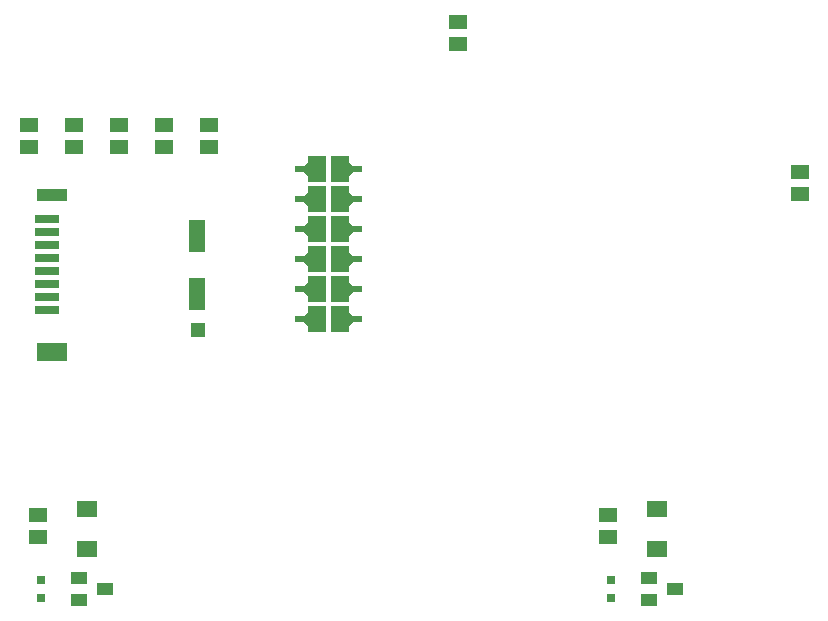
<source format=gbr>
G04 EAGLE Gerber RS-274X export*
G75*
%MOMM*%
%FSLAX34Y34*%
%LPD*%
%INSolderpaste Top*%
%IPPOS*%
%AMOC8*
5,1,8,0,0,1.08239X$1,22.5*%
G01*
%ADD10R,2.000000X0.700000*%
%ADD11R,2.600000X1.000000*%
%ADD12R,2.600000X1.500000*%
%ADD13R,1.400000X2.700000*%
%ADD14R,1.200000X1.200000*%
%ADD15R,1.500000X1.300000*%
%ADD16R,1.400000X1.000000*%
%ADD17R,0.800000X0.800000*%
%ADD18R,1.800000X1.400000*%

G36*
X290297Y591167D02*
X290297Y591167D01*
X290292Y591174D01*
X290299Y591180D01*
X290299Y612780D01*
X290263Y612827D01*
X290256Y612822D01*
X290250Y612829D01*
X274850Y612829D01*
X274803Y612793D01*
X274808Y612786D01*
X274801Y612780D01*
X274801Y608198D01*
X271677Y604579D01*
X264100Y604579D01*
X264053Y604543D01*
X264054Y604541D01*
X264053Y604540D01*
X264057Y604535D01*
X264051Y604530D01*
X264051Y599430D01*
X264087Y599383D01*
X264094Y599388D01*
X264100Y599381D01*
X271677Y599381D01*
X274801Y595762D01*
X274801Y591180D01*
X274837Y591133D01*
X274844Y591138D01*
X274850Y591131D01*
X290250Y591131D01*
X290297Y591167D01*
G37*
G36*
X290297Y565767D02*
X290297Y565767D01*
X290292Y565774D01*
X290299Y565780D01*
X290299Y587380D01*
X290263Y587427D01*
X290256Y587422D01*
X290250Y587429D01*
X274850Y587429D01*
X274803Y587393D01*
X274808Y587386D01*
X274801Y587380D01*
X274801Y582798D01*
X271677Y579179D01*
X264100Y579179D01*
X264053Y579143D01*
X264054Y579141D01*
X264053Y579140D01*
X264057Y579135D01*
X264051Y579130D01*
X264051Y574030D01*
X264087Y573983D01*
X264094Y573988D01*
X264100Y573981D01*
X271677Y573981D01*
X274801Y570362D01*
X274801Y565780D01*
X274837Y565733D01*
X274844Y565738D01*
X274850Y565731D01*
X290250Y565731D01*
X290297Y565767D01*
G37*
G36*
X290297Y540367D02*
X290297Y540367D01*
X290292Y540374D01*
X290299Y540380D01*
X290299Y561980D01*
X290263Y562027D01*
X290256Y562022D01*
X290250Y562029D01*
X274850Y562029D01*
X274803Y561993D01*
X274808Y561986D01*
X274801Y561980D01*
X274801Y557398D01*
X271677Y553779D01*
X264100Y553779D01*
X264053Y553743D01*
X264054Y553741D01*
X264053Y553740D01*
X264057Y553735D01*
X264051Y553730D01*
X264051Y548630D01*
X264087Y548583D01*
X264094Y548588D01*
X264100Y548581D01*
X271677Y548581D01*
X274801Y544962D01*
X274801Y540380D01*
X274837Y540333D01*
X274844Y540338D01*
X274850Y540331D01*
X290250Y540331D01*
X290297Y540367D01*
G37*
G36*
X290297Y514967D02*
X290297Y514967D01*
X290292Y514974D01*
X290299Y514980D01*
X290299Y536580D01*
X290263Y536627D01*
X290256Y536622D01*
X290250Y536629D01*
X274850Y536629D01*
X274803Y536593D01*
X274808Y536586D01*
X274801Y536580D01*
X274801Y531998D01*
X271677Y528379D01*
X264100Y528379D01*
X264053Y528343D01*
X264054Y528341D01*
X264053Y528340D01*
X264057Y528335D01*
X264051Y528330D01*
X264051Y523230D01*
X264087Y523183D01*
X264094Y523188D01*
X264100Y523181D01*
X271677Y523181D01*
X274801Y519562D01*
X274801Y514980D01*
X274837Y514933D01*
X274844Y514938D01*
X274850Y514931D01*
X290250Y514931D01*
X290297Y514967D01*
G37*
G36*
X290297Y489567D02*
X290297Y489567D01*
X290292Y489574D01*
X290299Y489580D01*
X290299Y511180D01*
X290263Y511227D01*
X290256Y511222D01*
X290250Y511229D01*
X274850Y511229D01*
X274803Y511193D01*
X274808Y511186D01*
X274801Y511180D01*
X274801Y506598D01*
X271677Y502979D01*
X264100Y502979D01*
X264053Y502943D01*
X264054Y502941D01*
X264053Y502940D01*
X264057Y502935D01*
X264051Y502930D01*
X264051Y497830D01*
X264087Y497783D01*
X264094Y497788D01*
X264100Y497781D01*
X271677Y497781D01*
X274801Y494162D01*
X274801Y489580D01*
X274837Y489533D01*
X274844Y489538D01*
X274850Y489531D01*
X290250Y489531D01*
X290297Y489567D01*
G37*
G36*
X290297Y464167D02*
X290297Y464167D01*
X290292Y464174D01*
X290299Y464180D01*
X290299Y485780D01*
X290263Y485827D01*
X290256Y485822D01*
X290250Y485829D01*
X274850Y485829D01*
X274803Y485793D01*
X274808Y485786D01*
X274801Y485780D01*
X274801Y481198D01*
X271677Y477579D01*
X264100Y477579D01*
X264053Y477543D01*
X264054Y477541D01*
X264053Y477540D01*
X264057Y477535D01*
X264051Y477530D01*
X264051Y472430D01*
X264087Y472383D01*
X264094Y472388D01*
X264100Y472381D01*
X271677Y472381D01*
X274801Y468762D01*
X274801Y464180D01*
X274837Y464133D01*
X274844Y464138D01*
X274850Y464131D01*
X290250Y464131D01*
X290297Y464167D01*
G37*
G36*
X309397Y591167D02*
X309397Y591167D01*
X309392Y591174D01*
X309399Y591180D01*
X309399Y595762D01*
X312523Y599381D01*
X320100Y599381D01*
X320147Y599417D01*
X320142Y599424D01*
X320149Y599430D01*
X320149Y604530D01*
X320113Y604577D01*
X320106Y604572D01*
X320100Y604579D01*
X312523Y604579D01*
X309399Y608198D01*
X309399Y612780D01*
X309363Y612827D01*
X309356Y612822D01*
X309350Y612829D01*
X293950Y612829D01*
X293903Y612793D01*
X293908Y612786D01*
X293901Y612780D01*
X293901Y591180D01*
X293937Y591133D01*
X293944Y591138D01*
X293950Y591131D01*
X309350Y591131D01*
X309397Y591167D01*
G37*
G36*
X309397Y565767D02*
X309397Y565767D01*
X309392Y565774D01*
X309399Y565780D01*
X309399Y570362D01*
X312523Y573981D01*
X320100Y573981D01*
X320147Y574017D01*
X320142Y574024D01*
X320149Y574030D01*
X320149Y579130D01*
X320113Y579177D01*
X320106Y579172D01*
X320100Y579179D01*
X312523Y579179D01*
X309399Y582798D01*
X309399Y587380D01*
X309363Y587427D01*
X309356Y587422D01*
X309350Y587429D01*
X293950Y587429D01*
X293903Y587393D01*
X293908Y587386D01*
X293901Y587380D01*
X293901Y565780D01*
X293937Y565733D01*
X293944Y565738D01*
X293950Y565731D01*
X309350Y565731D01*
X309397Y565767D01*
G37*
G36*
X309397Y540367D02*
X309397Y540367D01*
X309392Y540374D01*
X309399Y540380D01*
X309399Y544962D01*
X312523Y548581D01*
X320100Y548581D01*
X320147Y548617D01*
X320142Y548624D01*
X320149Y548630D01*
X320149Y553730D01*
X320113Y553777D01*
X320106Y553772D01*
X320100Y553779D01*
X312523Y553779D01*
X309399Y557398D01*
X309399Y561980D01*
X309363Y562027D01*
X309356Y562022D01*
X309350Y562029D01*
X293950Y562029D01*
X293903Y561993D01*
X293908Y561986D01*
X293901Y561980D01*
X293901Y540380D01*
X293937Y540333D01*
X293944Y540338D01*
X293950Y540331D01*
X309350Y540331D01*
X309397Y540367D01*
G37*
G36*
X309397Y514967D02*
X309397Y514967D01*
X309392Y514974D01*
X309399Y514980D01*
X309399Y519562D01*
X312523Y523181D01*
X320100Y523181D01*
X320147Y523217D01*
X320142Y523224D01*
X320149Y523230D01*
X320149Y528330D01*
X320113Y528377D01*
X320106Y528372D01*
X320100Y528379D01*
X312523Y528379D01*
X309399Y531998D01*
X309399Y536580D01*
X309363Y536627D01*
X309356Y536622D01*
X309350Y536629D01*
X293950Y536629D01*
X293903Y536593D01*
X293908Y536586D01*
X293901Y536580D01*
X293901Y514980D01*
X293937Y514933D01*
X293944Y514938D01*
X293950Y514931D01*
X309350Y514931D01*
X309397Y514967D01*
G37*
G36*
X309397Y489567D02*
X309397Y489567D01*
X309392Y489574D01*
X309399Y489580D01*
X309399Y494162D01*
X312523Y497781D01*
X320100Y497781D01*
X320147Y497817D01*
X320142Y497824D01*
X320149Y497830D01*
X320149Y502930D01*
X320113Y502977D01*
X320106Y502972D01*
X320100Y502979D01*
X312523Y502979D01*
X309399Y506598D01*
X309399Y511180D01*
X309363Y511227D01*
X309356Y511222D01*
X309350Y511229D01*
X293950Y511229D01*
X293903Y511193D01*
X293908Y511186D01*
X293901Y511180D01*
X293901Y489580D01*
X293937Y489533D01*
X293944Y489538D01*
X293950Y489531D01*
X309350Y489531D01*
X309397Y489567D01*
G37*
G36*
X309397Y464167D02*
X309397Y464167D01*
X309392Y464174D01*
X309399Y464180D01*
X309399Y468762D01*
X312523Y472381D01*
X320100Y472381D01*
X320147Y472417D01*
X320142Y472424D01*
X320149Y472430D01*
X320149Y477530D01*
X320113Y477577D01*
X320106Y477572D01*
X320100Y477579D01*
X312523Y477579D01*
X309399Y481198D01*
X309399Y485780D01*
X309363Y485827D01*
X309356Y485822D01*
X309350Y485829D01*
X293950Y485829D01*
X293903Y485793D01*
X293908Y485786D01*
X293901Y485780D01*
X293901Y464180D01*
X293937Y464133D01*
X293944Y464138D01*
X293950Y464131D01*
X309350Y464131D01*
X309397Y464167D01*
G37*
D10*
X53340Y559350D03*
X53340Y548350D03*
X53340Y537350D03*
X53340Y526350D03*
X53340Y515350D03*
X53340Y504350D03*
X53340Y493350D03*
X53340Y482350D03*
D11*
X58340Y580350D03*
D12*
X58340Y446850D03*
D13*
X180340Y496350D03*
X180340Y545350D03*
D14*
X181340Y465850D03*
D15*
X401320Y726542D03*
X401320Y707542D03*
X691134Y599542D03*
X691134Y580542D03*
X76200Y620420D03*
X76200Y639420D03*
X114300Y620420D03*
X114300Y639420D03*
X152400Y620420D03*
X152400Y639420D03*
D16*
X102440Y246380D03*
X80440Y236880D03*
X80440Y255880D03*
X585040Y246380D03*
X563040Y236880D03*
X563040Y255880D03*
D15*
X190500Y620420D03*
X190500Y639420D03*
X45720Y290220D03*
X45720Y309220D03*
X528320Y290220D03*
X528320Y309220D03*
D17*
X48260Y238880D03*
X48260Y253880D03*
X530860Y238880D03*
X530860Y253880D03*
D18*
X87630Y314180D03*
X87630Y280180D03*
X570230Y314180D03*
X570230Y280180D03*
D15*
X38100Y639420D03*
X38100Y620420D03*
M02*

</source>
